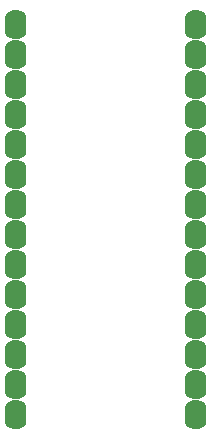
<source format=gbs>
G04 #@! TF.GenerationSoftware,KiCad,Pcbnew,7.0.10*
G04 #@! TF.CreationDate,2024-04-16T17:13:17-04:00*
G04 #@! TF.ProjectId,GW28R8128,47573238-5238-4313-9238-2e6b69636164,B.1.0*
G04 #@! TF.SameCoordinates,Original*
G04 #@! TF.FileFunction,Soldermask,Bot*
G04 #@! TF.FilePolarity,Negative*
%FSLAX46Y46*%
G04 Gerber Fmt 4.6, Leading zero omitted, Abs format (unit mm)*
G04 Created by KiCad (PCBNEW 7.0.10) date 2024-04-16 17:13:17*
%MOMM*%
%LPD*%
G01*
G04 APERTURE LIST*
G04 APERTURE END LIST*
G36*
X40995900Y-52157941D02*
G01*
X41003353Y-52160106D01*
X41010250Y-52160733D01*
X41075544Y-52181079D01*
X41151160Y-52203048D01*
X41156859Y-52206418D01*
X41159527Y-52207250D01*
X41216398Y-52241630D01*
X41290325Y-52285350D01*
X41404650Y-52399675D01*
X41448387Y-52473631D01*
X41482749Y-52530472D01*
X41483579Y-52533137D01*
X41486952Y-52538840D01*
X41508929Y-52614488D01*
X41529266Y-52679749D01*
X41529892Y-52686642D01*
X41532059Y-52694100D01*
X41540000Y-52795000D01*
X41540000Y-53885000D01*
X41532059Y-53985900D01*
X41529892Y-53993358D01*
X41529266Y-54000250D01*
X41508934Y-54065496D01*
X41486952Y-54141160D01*
X41483579Y-54146863D01*
X41482749Y-54149527D01*
X41448414Y-54206322D01*
X41404650Y-54280325D01*
X41290325Y-54394650D01*
X41216322Y-54438414D01*
X41159527Y-54472749D01*
X41156863Y-54473579D01*
X41151160Y-54476952D01*
X41075496Y-54498934D01*
X41010250Y-54519266D01*
X41003358Y-54519892D01*
X40995900Y-54522059D01*
X40895000Y-54530000D01*
X40385000Y-54530000D01*
X40284100Y-54522059D01*
X40276642Y-54519892D01*
X40269749Y-54519266D01*
X40204488Y-54498929D01*
X40128840Y-54476952D01*
X40123137Y-54473579D01*
X40120472Y-54472749D01*
X40063631Y-54438387D01*
X39989675Y-54394650D01*
X39875350Y-54280325D01*
X39831630Y-54206398D01*
X39797250Y-54149527D01*
X39796418Y-54146859D01*
X39793048Y-54141160D01*
X39771079Y-54065544D01*
X39750733Y-54000250D01*
X39750106Y-53993353D01*
X39747941Y-53985900D01*
X39740000Y-53885000D01*
X39740000Y-52795000D01*
X39747941Y-52694100D01*
X39750106Y-52686647D01*
X39750733Y-52679749D01*
X39771084Y-52614440D01*
X39793048Y-52538840D01*
X39796418Y-52533141D01*
X39797250Y-52530472D01*
X39831657Y-52473554D01*
X39875350Y-52399675D01*
X39989675Y-52285350D01*
X40063554Y-52241657D01*
X40120472Y-52207250D01*
X40123141Y-52206418D01*
X40128840Y-52203048D01*
X40204440Y-52181084D01*
X40269749Y-52160733D01*
X40276647Y-52160106D01*
X40284100Y-52157941D01*
X40385000Y-52150000D01*
X40895000Y-52150000D01*
X40995900Y-52157941D01*
G37*
G36*
X56235900Y-52157941D02*
G01*
X56243353Y-52160106D01*
X56250250Y-52160733D01*
X56315544Y-52181079D01*
X56391160Y-52203048D01*
X56396859Y-52206418D01*
X56399527Y-52207250D01*
X56456398Y-52241630D01*
X56530325Y-52285350D01*
X56644650Y-52399675D01*
X56688387Y-52473631D01*
X56722749Y-52530472D01*
X56723579Y-52533137D01*
X56726952Y-52538840D01*
X56748929Y-52614488D01*
X56769266Y-52679749D01*
X56769892Y-52686642D01*
X56772059Y-52694100D01*
X56780000Y-52795000D01*
X56780000Y-53885000D01*
X56772059Y-53985900D01*
X56769892Y-53993358D01*
X56769266Y-54000250D01*
X56748934Y-54065496D01*
X56726952Y-54141160D01*
X56723579Y-54146863D01*
X56722749Y-54149527D01*
X56688414Y-54206322D01*
X56644650Y-54280325D01*
X56530325Y-54394650D01*
X56456322Y-54438414D01*
X56399527Y-54472749D01*
X56396863Y-54473579D01*
X56391160Y-54476952D01*
X56315496Y-54498934D01*
X56250250Y-54519266D01*
X56243358Y-54519892D01*
X56235900Y-54522059D01*
X56135000Y-54530000D01*
X55625000Y-54530000D01*
X55524100Y-54522059D01*
X55516642Y-54519892D01*
X55509749Y-54519266D01*
X55444488Y-54498929D01*
X55368840Y-54476952D01*
X55363137Y-54473579D01*
X55360472Y-54472749D01*
X55303631Y-54438387D01*
X55229675Y-54394650D01*
X55115350Y-54280325D01*
X55071630Y-54206398D01*
X55037250Y-54149527D01*
X55036418Y-54146859D01*
X55033048Y-54141160D01*
X55011079Y-54065544D01*
X54990733Y-54000250D01*
X54990106Y-53993353D01*
X54987941Y-53985900D01*
X54980000Y-53885000D01*
X54980000Y-52795000D01*
X54987941Y-52694100D01*
X54990106Y-52686647D01*
X54990733Y-52679749D01*
X55011084Y-52614440D01*
X55033048Y-52538840D01*
X55036418Y-52533141D01*
X55037250Y-52530472D01*
X55071657Y-52473554D01*
X55115350Y-52399675D01*
X55229675Y-52285350D01*
X55303554Y-52241657D01*
X55360472Y-52207250D01*
X55363141Y-52206418D01*
X55368840Y-52203048D01*
X55444440Y-52181084D01*
X55509749Y-52160733D01*
X55516647Y-52160106D01*
X55524100Y-52157941D01*
X55625000Y-52150000D01*
X56135000Y-52150000D01*
X56235900Y-52157941D01*
G37*
G36*
X40995900Y-49617941D02*
G01*
X41003353Y-49620106D01*
X41010250Y-49620733D01*
X41075544Y-49641079D01*
X41151160Y-49663048D01*
X41156859Y-49666418D01*
X41159527Y-49667250D01*
X41216398Y-49701630D01*
X41290325Y-49745350D01*
X41404650Y-49859675D01*
X41448387Y-49933631D01*
X41482749Y-49990472D01*
X41483579Y-49993137D01*
X41486952Y-49998840D01*
X41508929Y-50074488D01*
X41529266Y-50139749D01*
X41529892Y-50146642D01*
X41532059Y-50154100D01*
X41540000Y-50255000D01*
X41540000Y-51345000D01*
X41532059Y-51445900D01*
X41529892Y-51453358D01*
X41529266Y-51460250D01*
X41508934Y-51525496D01*
X41486952Y-51601160D01*
X41483579Y-51606863D01*
X41482749Y-51609527D01*
X41448414Y-51666322D01*
X41404650Y-51740325D01*
X41290325Y-51854650D01*
X41216322Y-51898414D01*
X41159527Y-51932749D01*
X41156863Y-51933579D01*
X41151160Y-51936952D01*
X41075496Y-51958934D01*
X41010250Y-51979266D01*
X41003358Y-51979892D01*
X40995900Y-51982059D01*
X40895000Y-51990000D01*
X40385000Y-51990000D01*
X40284100Y-51982059D01*
X40276642Y-51979892D01*
X40269749Y-51979266D01*
X40204488Y-51958929D01*
X40128840Y-51936952D01*
X40123137Y-51933579D01*
X40120472Y-51932749D01*
X40063631Y-51898387D01*
X39989675Y-51854650D01*
X39875350Y-51740325D01*
X39831630Y-51666398D01*
X39797250Y-51609527D01*
X39796418Y-51606859D01*
X39793048Y-51601160D01*
X39771079Y-51525544D01*
X39750733Y-51460250D01*
X39750106Y-51453353D01*
X39747941Y-51445900D01*
X39740000Y-51345000D01*
X39740000Y-50255000D01*
X39747941Y-50154100D01*
X39750106Y-50146647D01*
X39750733Y-50139749D01*
X39771084Y-50074440D01*
X39793048Y-49998840D01*
X39796418Y-49993141D01*
X39797250Y-49990472D01*
X39831657Y-49933554D01*
X39875350Y-49859675D01*
X39989675Y-49745350D01*
X40063554Y-49701657D01*
X40120472Y-49667250D01*
X40123141Y-49666418D01*
X40128840Y-49663048D01*
X40204440Y-49641084D01*
X40269749Y-49620733D01*
X40276647Y-49620106D01*
X40284100Y-49617941D01*
X40385000Y-49610000D01*
X40895000Y-49610000D01*
X40995900Y-49617941D01*
G37*
G36*
X56235900Y-49617941D02*
G01*
X56243353Y-49620106D01*
X56250250Y-49620733D01*
X56315544Y-49641079D01*
X56391160Y-49663048D01*
X56396859Y-49666418D01*
X56399527Y-49667250D01*
X56456398Y-49701630D01*
X56530325Y-49745350D01*
X56644650Y-49859675D01*
X56688387Y-49933631D01*
X56722749Y-49990472D01*
X56723579Y-49993137D01*
X56726952Y-49998840D01*
X56748929Y-50074488D01*
X56769266Y-50139749D01*
X56769892Y-50146642D01*
X56772059Y-50154100D01*
X56780000Y-50255000D01*
X56780000Y-51345000D01*
X56772059Y-51445900D01*
X56769892Y-51453358D01*
X56769266Y-51460250D01*
X56748934Y-51525496D01*
X56726952Y-51601160D01*
X56723579Y-51606863D01*
X56722749Y-51609527D01*
X56688414Y-51666322D01*
X56644650Y-51740325D01*
X56530325Y-51854650D01*
X56456322Y-51898414D01*
X56399527Y-51932749D01*
X56396863Y-51933579D01*
X56391160Y-51936952D01*
X56315496Y-51958934D01*
X56250250Y-51979266D01*
X56243358Y-51979892D01*
X56235900Y-51982059D01*
X56135000Y-51990000D01*
X55625000Y-51990000D01*
X55524100Y-51982059D01*
X55516642Y-51979892D01*
X55509749Y-51979266D01*
X55444488Y-51958929D01*
X55368840Y-51936952D01*
X55363137Y-51933579D01*
X55360472Y-51932749D01*
X55303631Y-51898387D01*
X55229675Y-51854650D01*
X55115350Y-51740325D01*
X55071630Y-51666398D01*
X55037250Y-51609527D01*
X55036418Y-51606859D01*
X55033048Y-51601160D01*
X55011079Y-51525544D01*
X54990733Y-51460250D01*
X54990106Y-51453353D01*
X54987941Y-51445900D01*
X54980000Y-51345000D01*
X54980000Y-50255000D01*
X54987941Y-50154100D01*
X54990106Y-50146647D01*
X54990733Y-50139749D01*
X55011084Y-50074440D01*
X55033048Y-49998840D01*
X55036418Y-49993141D01*
X55037250Y-49990472D01*
X55071657Y-49933554D01*
X55115350Y-49859675D01*
X55229675Y-49745350D01*
X55303554Y-49701657D01*
X55360472Y-49667250D01*
X55363141Y-49666418D01*
X55368840Y-49663048D01*
X55444440Y-49641084D01*
X55509749Y-49620733D01*
X55516647Y-49620106D01*
X55524100Y-49617941D01*
X55625000Y-49610000D01*
X56135000Y-49610000D01*
X56235900Y-49617941D01*
G37*
G36*
X40995900Y-47077941D02*
G01*
X41003353Y-47080106D01*
X41010250Y-47080733D01*
X41075544Y-47101079D01*
X41151160Y-47123048D01*
X41156859Y-47126418D01*
X41159527Y-47127250D01*
X41216398Y-47161630D01*
X41290325Y-47205350D01*
X41404650Y-47319675D01*
X41448387Y-47393631D01*
X41482749Y-47450472D01*
X41483579Y-47453137D01*
X41486952Y-47458840D01*
X41508929Y-47534488D01*
X41529266Y-47599749D01*
X41529892Y-47606642D01*
X41532059Y-47614100D01*
X41540000Y-47715000D01*
X41540000Y-48805000D01*
X41532059Y-48905900D01*
X41529892Y-48913358D01*
X41529266Y-48920250D01*
X41508934Y-48985496D01*
X41486952Y-49061160D01*
X41483579Y-49066863D01*
X41482749Y-49069527D01*
X41448414Y-49126322D01*
X41404650Y-49200325D01*
X41290325Y-49314650D01*
X41216322Y-49358414D01*
X41159527Y-49392749D01*
X41156863Y-49393579D01*
X41151160Y-49396952D01*
X41075496Y-49418934D01*
X41010250Y-49439266D01*
X41003358Y-49439892D01*
X40995900Y-49442059D01*
X40895000Y-49450000D01*
X40385000Y-49450000D01*
X40284100Y-49442059D01*
X40276642Y-49439892D01*
X40269749Y-49439266D01*
X40204488Y-49418929D01*
X40128840Y-49396952D01*
X40123137Y-49393579D01*
X40120472Y-49392749D01*
X40063631Y-49358387D01*
X39989675Y-49314650D01*
X39875350Y-49200325D01*
X39831630Y-49126398D01*
X39797250Y-49069527D01*
X39796418Y-49066859D01*
X39793048Y-49061160D01*
X39771079Y-48985544D01*
X39750733Y-48920250D01*
X39750106Y-48913353D01*
X39747941Y-48905900D01*
X39740000Y-48805000D01*
X39740000Y-47715000D01*
X39747941Y-47614100D01*
X39750106Y-47606647D01*
X39750733Y-47599749D01*
X39771084Y-47534440D01*
X39793048Y-47458840D01*
X39796418Y-47453141D01*
X39797250Y-47450472D01*
X39831657Y-47393554D01*
X39875350Y-47319675D01*
X39989675Y-47205350D01*
X40063554Y-47161657D01*
X40120472Y-47127250D01*
X40123141Y-47126418D01*
X40128840Y-47123048D01*
X40204440Y-47101084D01*
X40269749Y-47080733D01*
X40276647Y-47080106D01*
X40284100Y-47077941D01*
X40385000Y-47070000D01*
X40895000Y-47070000D01*
X40995900Y-47077941D01*
G37*
G36*
X56235900Y-47077941D02*
G01*
X56243353Y-47080106D01*
X56250250Y-47080733D01*
X56315544Y-47101079D01*
X56391160Y-47123048D01*
X56396859Y-47126418D01*
X56399527Y-47127250D01*
X56456398Y-47161630D01*
X56530325Y-47205350D01*
X56644650Y-47319675D01*
X56688387Y-47393631D01*
X56722749Y-47450472D01*
X56723579Y-47453137D01*
X56726952Y-47458840D01*
X56748929Y-47534488D01*
X56769266Y-47599749D01*
X56769892Y-47606642D01*
X56772059Y-47614100D01*
X56780000Y-47715000D01*
X56780000Y-48805000D01*
X56772059Y-48905900D01*
X56769892Y-48913358D01*
X56769266Y-48920250D01*
X56748934Y-48985496D01*
X56726952Y-49061160D01*
X56723579Y-49066863D01*
X56722749Y-49069527D01*
X56688414Y-49126322D01*
X56644650Y-49200325D01*
X56530325Y-49314650D01*
X56456322Y-49358414D01*
X56399527Y-49392749D01*
X56396863Y-49393579D01*
X56391160Y-49396952D01*
X56315496Y-49418934D01*
X56250250Y-49439266D01*
X56243358Y-49439892D01*
X56235900Y-49442059D01*
X56135000Y-49450000D01*
X55625000Y-49450000D01*
X55524100Y-49442059D01*
X55516642Y-49439892D01*
X55509749Y-49439266D01*
X55444488Y-49418929D01*
X55368840Y-49396952D01*
X55363137Y-49393579D01*
X55360472Y-49392749D01*
X55303631Y-49358387D01*
X55229675Y-49314650D01*
X55115350Y-49200325D01*
X55071630Y-49126398D01*
X55037250Y-49069527D01*
X55036418Y-49066859D01*
X55033048Y-49061160D01*
X55011079Y-48985544D01*
X54990733Y-48920250D01*
X54990106Y-48913353D01*
X54987941Y-48905900D01*
X54980000Y-48805000D01*
X54980000Y-47715000D01*
X54987941Y-47614100D01*
X54990106Y-47606647D01*
X54990733Y-47599749D01*
X55011084Y-47534440D01*
X55033048Y-47458840D01*
X55036418Y-47453141D01*
X55037250Y-47450472D01*
X55071657Y-47393554D01*
X55115350Y-47319675D01*
X55229675Y-47205350D01*
X55303554Y-47161657D01*
X55360472Y-47127250D01*
X55363141Y-47126418D01*
X55368840Y-47123048D01*
X55444440Y-47101084D01*
X55509749Y-47080733D01*
X55516647Y-47080106D01*
X55524100Y-47077941D01*
X55625000Y-47070000D01*
X56135000Y-47070000D01*
X56235900Y-47077941D01*
G37*
G36*
X40995900Y-44537941D02*
G01*
X41003353Y-44540106D01*
X41010250Y-44540733D01*
X41075544Y-44561079D01*
X41151160Y-44583048D01*
X41156859Y-44586418D01*
X41159527Y-44587250D01*
X41216398Y-44621630D01*
X41290325Y-44665350D01*
X41404650Y-44779675D01*
X41448387Y-44853631D01*
X41482749Y-44910472D01*
X41483579Y-44913137D01*
X41486952Y-44918840D01*
X41508929Y-44994488D01*
X41529266Y-45059749D01*
X41529892Y-45066642D01*
X41532059Y-45074100D01*
X41540000Y-45175000D01*
X41540000Y-46265000D01*
X41532059Y-46365900D01*
X41529892Y-46373358D01*
X41529266Y-46380250D01*
X41508934Y-46445496D01*
X41486952Y-46521160D01*
X41483579Y-46526863D01*
X41482749Y-46529527D01*
X41448414Y-46586322D01*
X41404650Y-46660325D01*
X41290325Y-46774650D01*
X41216322Y-46818414D01*
X41159527Y-46852749D01*
X41156863Y-46853579D01*
X41151160Y-46856952D01*
X41075496Y-46878934D01*
X41010250Y-46899266D01*
X41003358Y-46899892D01*
X40995900Y-46902059D01*
X40895000Y-46910000D01*
X40385000Y-46910000D01*
X40284100Y-46902059D01*
X40276642Y-46899892D01*
X40269749Y-46899266D01*
X40204488Y-46878929D01*
X40128840Y-46856952D01*
X40123137Y-46853579D01*
X40120472Y-46852749D01*
X40063631Y-46818387D01*
X39989675Y-46774650D01*
X39875350Y-46660325D01*
X39831630Y-46586398D01*
X39797250Y-46529527D01*
X39796418Y-46526859D01*
X39793048Y-46521160D01*
X39771079Y-46445544D01*
X39750733Y-46380250D01*
X39750106Y-46373353D01*
X39747941Y-46365900D01*
X39740000Y-46265000D01*
X39740000Y-45175000D01*
X39747941Y-45074100D01*
X39750106Y-45066647D01*
X39750733Y-45059749D01*
X39771084Y-44994440D01*
X39793048Y-44918840D01*
X39796418Y-44913141D01*
X39797250Y-44910472D01*
X39831657Y-44853554D01*
X39875350Y-44779675D01*
X39989675Y-44665350D01*
X40063554Y-44621657D01*
X40120472Y-44587250D01*
X40123141Y-44586418D01*
X40128840Y-44583048D01*
X40204440Y-44561084D01*
X40269749Y-44540733D01*
X40276647Y-44540106D01*
X40284100Y-44537941D01*
X40385000Y-44530000D01*
X40895000Y-44530000D01*
X40995900Y-44537941D01*
G37*
G36*
X56235900Y-44537941D02*
G01*
X56243353Y-44540106D01*
X56250250Y-44540733D01*
X56315544Y-44561079D01*
X56391160Y-44583048D01*
X56396859Y-44586418D01*
X56399527Y-44587250D01*
X56456398Y-44621630D01*
X56530325Y-44665350D01*
X56644650Y-44779675D01*
X56688387Y-44853631D01*
X56722749Y-44910472D01*
X56723579Y-44913137D01*
X56726952Y-44918840D01*
X56748929Y-44994488D01*
X56769266Y-45059749D01*
X56769892Y-45066642D01*
X56772059Y-45074100D01*
X56780000Y-45175000D01*
X56780000Y-46265000D01*
X56772059Y-46365900D01*
X56769892Y-46373358D01*
X56769266Y-46380250D01*
X56748934Y-46445496D01*
X56726952Y-46521160D01*
X56723579Y-46526863D01*
X56722749Y-46529527D01*
X56688414Y-46586322D01*
X56644650Y-46660325D01*
X56530325Y-46774650D01*
X56456322Y-46818414D01*
X56399527Y-46852749D01*
X56396863Y-46853579D01*
X56391160Y-46856952D01*
X56315496Y-46878934D01*
X56250250Y-46899266D01*
X56243358Y-46899892D01*
X56235900Y-46902059D01*
X56135000Y-46910000D01*
X55625000Y-46910000D01*
X55524100Y-46902059D01*
X55516642Y-46899892D01*
X55509749Y-46899266D01*
X55444488Y-46878929D01*
X55368840Y-46856952D01*
X55363137Y-46853579D01*
X55360472Y-46852749D01*
X55303631Y-46818387D01*
X55229675Y-46774650D01*
X55115350Y-46660325D01*
X55071630Y-46586398D01*
X55037250Y-46529527D01*
X55036418Y-46526859D01*
X55033048Y-46521160D01*
X55011079Y-46445544D01*
X54990733Y-46380250D01*
X54990106Y-46373353D01*
X54987941Y-46365900D01*
X54980000Y-46265000D01*
X54980000Y-45175000D01*
X54987941Y-45074100D01*
X54990106Y-45066647D01*
X54990733Y-45059749D01*
X55011084Y-44994440D01*
X55033048Y-44918840D01*
X55036418Y-44913141D01*
X55037250Y-44910472D01*
X55071657Y-44853554D01*
X55115350Y-44779675D01*
X55229675Y-44665350D01*
X55303554Y-44621657D01*
X55360472Y-44587250D01*
X55363141Y-44586418D01*
X55368840Y-44583048D01*
X55444440Y-44561084D01*
X55509749Y-44540733D01*
X55516647Y-44540106D01*
X55524100Y-44537941D01*
X55625000Y-44530000D01*
X56135000Y-44530000D01*
X56235900Y-44537941D01*
G37*
G36*
X40995900Y-41997941D02*
G01*
X41003353Y-42000106D01*
X41010250Y-42000733D01*
X41075544Y-42021079D01*
X41151160Y-42043048D01*
X41156859Y-42046418D01*
X41159527Y-42047250D01*
X41216398Y-42081630D01*
X41290325Y-42125350D01*
X41404650Y-42239675D01*
X41448387Y-42313631D01*
X41482749Y-42370472D01*
X41483579Y-42373137D01*
X41486952Y-42378840D01*
X41508929Y-42454488D01*
X41529266Y-42519749D01*
X41529892Y-42526642D01*
X41532059Y-42534100D01*
X41540000Y-42635000D01*
X41540000Y-43725000D01*
X41532059Y-43825900D01*
X41529892Y-43833358D01*
X41529266Y-43840250D01*
X41508934Y-43905496D01*
X41486952Y-43981160D01*
X41483579Y-43986863D01*
X41482749Y-43989527D01*
X41448414Y-44046322D01*
X41404650Y-44120325D01*
X41290325Y-44234650D01*
X41216322Y-44278414D01*
X41159527Y-44312749D01*
X41156863Y-44313579D01*
X41151160Y-44316952D01*
X41075496Y-44338934D01*
X41010250Y-44359266D01*
X41003358Y-44359892D01*
X40995900Y-44362059D01*
X40895000Y-44370000D01*
X40385000Y-44370000D01*
X40284100Y-44362059D01*
X40276642Y-44359892D01*
X40269749Y-44359266D01*
X40204488Y-44338929D01*
X40128840Y-44316952D01*
X40123137Y-44313579D01*
X40120472Y-44312749D01*
X40063631Y-44278387D01*
X39989675Y-44234650D01*
X39875350Y-44120325D01*
X39831630Y-44046398D01*
X39797250Y-43989527D01*
X39796418Y-43986859D01*
X39793048Y-43981160D01*
X39771079Y-43905544D01*
X39750733Y-43840250D01*
X39750106Y-43833353D01*
X39747941Y-43825900D01*
X39740000Y-43725000D01*
X39740000Y-42635000D01*
X39747941Y-42534100D01*
X39750106Y-42526647D01*
X39750733Y-42519749D01*
X39771084Y-42454440D01*
X39793048Y-42378840D01*
X39796418Y-42373141D01*
X39797250Y-42370472D01*
X39831657Y-42313554D01*
X39875350Y-42239675D01*
X39989675Y-42125350D01*
X40063554Y-42081657D01*
X40120472Y-42047250D01*
X40123141Y-42046418D01*
X40128840Y-42043048D01*
X40204440Y-42021084D01*
X40269749Y-42000733D01*
X40276647Y-42000106D01*
X40284100Y-41997941D01*
X40385000Y-41990000D01*
X40895000Y-41990000D01*
X40995900Y-41997941D01*
G37*
G36*
X56235900Y-41997941D02*
G01*
X56243353Y-42000106D01*
X56250250Y-42000733D01*
X56315544Y-42021079D01*
X56391160Y-42043048D01*
X56396859Y-42046418D01*
X56399527Y-42047250D01*
X56456398Y-42081630D01*
X56530325Y-42125350D01*
X56644650Y-42239675D01*
X56688387Y-42313631D01*
X56722749Y-42370472D01*
X56723579Y-42373137D01*
X56726952Y-42378840D01*
X56748929Y-42454488D01*
X56769266Y-42519749D01*
X56769892Y-42526642D01*
X56772059Y-42534100D01*
X56780000Y-42635000D01*
X56780000Y-43725000D01*
X56772059Y-43825900D01*
X56769892Y-43833358D01*
X56769266Y-43840250D01*
X56748934Y-43905496D01*
X56726952Y-43981160D01*
X56723579Y-43986863D01*
X56722749Y-43989527D01*
X56688414Y-44046322D01*
X56644650Y-44120325D01*
X56530325Y-44234650D01*
X56456322Y-44278414D01*
X56399527Y-44312749D01*
X56396863Y-44313579D01*
X56391160Y-44316952D01*
X56315496Y-44338934D01*
X56250250Y-44359266D01*
X56243358Y-44359892D01*
X56235900Y-44362059D01*
X56135000Y-44370000D01*
X55625000Y-44370000D01*
X55524100Y-44362059D01*
X55516642Y-44359892D01*
X55509749Y-44359266D01*
X55444488Y-44338929D01*
X55368840Y-44316952D01*
X55363137Y-44313579D01*
X55360472Y-44312749D01*
X55303631Y-44278387D01*
X55229675Y-44234650D01*
X55115350Y-44120325D01*
X55071630Y-44046398D01*
X55037250Y-43989527D01*
X55036418Y-43986859D01*
X55033048Y-43981160D01*
X55011079Y-43905544D01*
X54990733Y-43840250D01*
X54990106Y-43833353D01*
X54987941Y-43825900D01*
X54980000Y-43725000D01*
X54980000Y-42635000D01*
X54987941Y-42534100D01*
X54990106Y-42526647D01*
X54990733Y-42519749D01*
X55011084Y-42454440D01*
X55033048Y-42378840D01*
X55036418Y-42373141D01*
X55037250Y-42370472D01*
X55071657Y-42313554D01*
X55115350Y-42239675D01*
X55229675Y-42125350D01*
X55303554Y-42081657D01*
X55360472Y-42047250D01*
X55363141Y-42046418D01*
X55368840Y-42043048D01*
X55444440Y-42021084D01*
X55509749Y-42000733D01*
X55516647Y-42000106D01*
X55524100Y-41997941D01*
X55625000Y-41990000D01*
X56135000Y-41990000D01*
X56235900Y-41997941D01*
G37*
G36*
X40995900Y-39457941D02*
G01*
X41003353Y-39460106D01*
X41010250Y-39460733D01*
X41075544Y-39481079D01*
X41151160Y-39503048D01*
X41156859Y-39506418D01*
X41159527Y-39507250D01*
X41216398Y-39541630D01*
X41290325Y-39585350D01*
X41404650Y-39699675D01*
X41448387Y-39773631D01*
X41482749Y-39830472D01*
X41483579Y-39833137D01*
X41486952Y-39838840D01*
X41508929Y-39914488D01*
X41529266Y-39979749D01*
X41529892Y-39986642D01*
X41532059Y-39994100D01*
X41540000Y-40095000D01*
X41540000Y-41185000D01*
X41532059Y-41285900D01*
X41529892Y-41293358D01*
X41529266Y-41300250D01*
X41508934Y-41365496D01*
X41486952Y-41441160D01*
X41483579Y-41446863D01*
X41482749Y-41449527D01*
X41448414Y-41506322D01*
X41404650Y-41580325D01*
X41290325Y-41694650D01*
X41216322Y-41738414D01*
X41159527Y-41772749D01*
X41156863Y-41773579D01*
X41151160Y-41776952D01*
X41075496Y-41798934D01*
X41010250Y-41819266D01*
X41003358Y-41819892D01*
X40995900Y-41822059D01*
X40895000Y-41830000D01*
X40385000Y-41830000D01*
X40284100Y-41822059D01*
X40276642Y-41819892D01*
X40269749Y-41819266D01*
X40204488Y-41798929D01*
X40128840Y-41776952D01*
X40123137Y-41773579D01*
X40120472Y-41772749D01*
X40063631Y-41738387D01*
X39989675Y-41694650D01*
X39875350Y-41580325D01*
X39831630Y-41506398D01*
X39797250Y-41449527D01*
X39796418Y-41446859D01*
X39793048Y-41441160D01*
X39771079Y-41365544D01*
X39750733Y-41300250D01*
X39750106Y-41293353D01*
X39747941Y-41285900D01*
X39740000Y-41185000D01*
X39740000Y-40095000D01*
X39747941Y-39994100D01*
X39750106Y-39986647D01*
X39750733Y-39979749D01*
X39771084Y-39914440D01*
X39793048Y-39838840D01*
X39796418Y-39833141D01*
X39797250Y-39830472D01*
X39831657Y-39773554D01*
X39875350Y-39699675D01*
X39989675Y-39585350D01*
X40063554Y-39541657D01*
X40120472Y-39507250D01*
X40123141Y-39506418D01*
X40128840Y-39503048D01*
X40204440Y-39481084D01*
X40269749Y-39460733D01*
X40276647Y-39460106D01*
X40284100Y-39457941D01*
X40385000Y-39450000D01*
X40895000Y-39450000D01*
X40995900Y-39457941D01*
G37*
G36*
X56235900Y-39457941D02*
G01*
X56243353Y-39460106D01*
X56250250Y-39460733D01*
X56315544Y-39481079D01*
X56391160Y-39503048D01*
X56396859Y-39506418D01*
X56399527Y-39507250D01*
X56456398Y-39541630D01*
X56530325Y-39585350D01*
X56644650Y-39699675D01*
X56688387Y-39773631D01*
X56722749Y-39830472D01*
X56723579Y-39833137D01*
X56726952Y-39838840D01*
X56748929Y-39914488D01*
X56769266Y-39979749D01*
X56769892Y-39986642D01*
X56772059Y-39994100D01*
X56780000Y-40095000D01*
X56780000Y-41185000D01*
X56772059Y-41285900D01*
X56769892Y-41293358D01*
X56769266Y-41300250D01*
X56748934Y-41365496D01*
X56726952Y-41441160D01*
X56723579Y-41446863D01*
X56722749Y-41449527D01*
X56688414Y-41506322D01*
X56644650Y-41580325D01*
X56530325Y-41694650D01*
X56456322Y-41738414D01*
X56399527Y-41772749D01*
X56396863Y-41773579D01*
X56391160Y-41776952D01*
X56315496Y-41798934D01*
X56250250Y-41819266D01*
X56243358Y-41819892D01*
X56235900Y-41822059D01*
X56135000Y-41830000D01*
X55625000Y-41830000D01*
X55524100Y-41822059D01*
X55516642Y-41819892D01*
X55509749Y-41819266D01*
X55444488Y-41798929D01*
X55368840Y-41776952D01*
X55363137Y-41773579D01*
X55360472Y-41772749D01*
X55303631Y-41738387D01*
X55229675Y-41694650D01*
X55115350Y-41580325D01*
X55071630Y-41506398D01*
X55037250Y-41449527D01*
X55036418Y-41446859D01*
X55033048Y-41441160D01*
X55011079Y-41365544D01*
X54990733Y-41300250D01*
X54990106Y-41293353D01*
X54987941Y-41285900D01*
X54980000Y-41185000D01*
X54980000Y-40095000D01*
X54987941Y-39994100D01*
X54990106Y-39986647D01*
X54990733Y-39979749D01*
X55011084Y-39914440D01*
X55033048Y-39838840D01*
X55036418Y-39833141D01*
X55037250Y-39830472D01*
X55071657Y-39773554D01*
X55115350Y-39699675D01*
X55229675Y-39585350D01*
X55303554Y-39541657D01*
X55360472Y-39507250D01*
X55363141Y-39506418D01*
X55368840Y-39503048D01*
X55444440Y-39481084D01*
X55509749Y-39460733D01*
X55516647Y-39460106D01*
X55524100Y-39457941D01*
X55625000Y-39450000D01*
X56135000Y-39450000D01*
X56235900Y-39457941D01*
G37*
G36*
X40995900Y-36917941D02*
G01*
X41003353Y-36920106D01*
X41010250Y-36920733D01*
X41075544Y-36941079D01*
X41151160Y-36963048D01*
X41156859Y-36966418D01*
X41159527Y-36967250D01*
X41216398Y-37001630D01*
X41290325Y-37045350D01*
X41404650Y-37159675D01*
X41448387Y-37233631D01*
X41482749Y-37290472D01*
X41483579Y-37293137D01*
X41486952Y-37298840D01*
X41508929Y-37374488D01*
X41529266Y-37439749D01*
X41529892Y-37446642D01*
X41532059Y-37454100D01*
X41540000Y-37555000D01*
X41540000Y-38645000D01*
X41532059Y-38745900D01*
X41529892Y-38753358D01*
X41529266Y-38760250D01*
X41508934Y-38825496D01*
X41486952Y-38901160D01*
X41483579Y-38906863D01*
X41482749Y-38909527D01*
X41448414Y-38966322D01*
X41404650Y-39040325D01*
X41290325Y-39154650D01*
X41216322Y-39198414D01*
X41159527Y-39232749D01*
X41156863Y-39233579D01*
X41151160Y-39236952D01*
X41075496Y-39258934D01*
X41010250Y-39279266D01*
X41003358Y-39279892D01*
X40995900Y-39282059D01*
X40895000Y-39290000D01*
X40385000Y-39290000D01*
X40284100Y-39282059D01*
X40276642Y-39279892D01*
X40269749Y-39279266D01*
X40204488Y-39258929D01*
X40128840Y-39236952D01*
X40123137Y-39233579D01*
X40120472Y-39232749D01*
X40063631Y-39198387D01*
X39989675Y-39154650D01*
X39875350Y-39040325D01*
X39831630Y-38966398D01*
X39797250Y-38909527D01*
X39796418Y-38906859D01*
X39793048Y-38901160D01*
X39771079Y-38825544D01*
X39750733Y-38760250D01*
X39750106Y-38753353D01*
X39747941Y-38745900D01*
X39740000Y-38645000D01*
X39740000Y-37555000D01*
X39747941Y-37454100D01*
X39750106Y-37446647D01*
X39750733Y-37439749D01*
X39771084Y-37374440D01*
X39793048Y-37298840D01*
X39796418Y-37293141D01*
X39797250Y-37290472D01*
X39831657Y-37233554D01*
X39875350Y-37159675D01*
X39989675Y-37045350D01*
X40063554Y-37001657D01*
X40120472Y-36967250D01*
X40123141Y-36966418D01*
X40128840Y-36963048D01*
X40204440Y-36941084D01*
X40269749Y-36920733D01*
X40276647Y-36920106D01*
X40284100Y-36917941D01*
X40385000Y-36910000D01*
X40895000Y-36910000D01*
X40995900Y-36917941D01*
G37*
G36*
X56235900Y-36917941D02*
G01*
X56243353Y-36920106D01*
X56250250Y-36920733D01*
X56315544Y-36941079D01*
X56391160Y-36963048D01*
X56396859Y-36966418D01*
X56399527Y-36967250D01*
X56456398Y-37001630D01*
X56530325Y-37045350D01*
X56644650Y-37159675D01*
X56688387Y-37233631D01*
X56722749Y-37290472D01*
X56723579Y-37293137D01*
X56726952Y-37298840D01*
X56748929Y-37374488D01*
X56769266Y-37439749D01*
X56769892Y-37446642D01*
X56772059Y-37454100D01*
X56780000Y-37555000D01*
X56780000Y-38645000D01*
X56772059Y-38745900D01*
X56769892Y-38753358D01*
X56769266Y-38760250D01*
X56748934Y-38825496D01*
X56726952Y-38901160D01*
X56723579Y-38906863D01*
X56722749Y-38909527D01*
X56688414Y-38966322D01*
X56644650Y-39040325D01*
X56530325Y-39154650D01*
X56456322Y-39198414D01*
X56399527Y-39232749D01*
X56396863Y-39233579D01*
X56391160Y-39236952D01*
X56315496Y-39258934D01*
X56250250Y-39279266D01*
X56243358Y-39279892D01*
X56235900Y-39282059D01*
X56135000Y-39290000D01*
X55625000Y-39290000D01*
X55524100Y-39282059D01*
X55516642Y-39279892D01*
X55509749Y-39279266D01*
X55444488Y-39258929D01*
X55368840Y-39236952D01*
X55363137Y-39233579D01*
X55360472Y-39232749D01*
X55303631Y-39198387D01*
X55229675Y-39154650D01*
X55115350Y-39040325D01*
X55071630Y-38966398D01*
X55037250Y-38909527D01*
X55036418Y-38906859D01*
X55033048Y-38901160D01*
X55011079Y-38825544D01*
X54990733Y-38760250D01*
X54990106Y-38753353D01*
X54987941Y-38745900D01*
X54980000Y-38645000D01*
X54980000Y-37555000D01*
X54987941Y-37454100D01*
X54990106Y-37446647D01*
X54990733Y-37439749D01*
X55011084Y-37374440D01*
X55033048Y-37298840D01*
X55036418Y-37293141D01*
X55037250Y-37290472D01*
X55071657Y-37233554D01*
X55115350Y-37159675D01*
X55229675Y-37045350D01*
X55303554Y-37001657D01*
X55360472Y-36967250D01*
X55363141Y-36966418D01*
X55368840Y-36963048D01*
X55444440Y-36941084D01*
X55509749Y-36920733D01*
X55516647Y-36920106D01*
X55524100Y-36917941D01*
X55625000Y-36910000D01*
X56135000Y-36910000D01*
X56235900Y-36917941D01*
G37*
G36*
X40995900Y-34377941D02*
G01*
X41003353Y-34380106D01*
X41010250Y-34380733D01*
X41075544Y-34401079D01*
X41151160Y-34423048D01*
X41156859Y-34426418D01*
X41159527Y-34427250D01*
X41216398Y-34461630D01*
X41290325Y-34505350D01*
X41404650Y-34619675D01*
X41448387Y-34693631D01*
X41482749Y-34750472D01*
X41483579Y-34753137D01*
X41486952Y-34758840D01*
X41508929Y-34834488D01*
X41529266Y-34899749D01*
X41529892Y-34906642D01*
X41532059Y-34914100D01*
X41540000Y-35015000D01*
X41540000Y-36105000D01*
X41532059Y-36205900D01*
X41529892Y-36213358D01*
X41529266Y-36220250D01*
X41508934Y-36285496D01*
X41486952Y-36361160D01*
X41483579Y-36366863D01*
X41482749Y-36369527D01*
X41448414Y-36426322D01*
X41404650Y-36500325D01*
X41290325Y-36614650D01*
X41216322Y-36658414D01*
X41159527Y-36692749D01*
X41156863Y-36693579D01*
X41151160Y-36696952D01*
X41075496Y-36718934D01*
X41010250Y-36739266D01*
X41003358Y-36739892D01*
X40995900Y-36742059D01*
X40895000Y-36750000D01*
X40385000Y-36750000D01*
X40284100Y-36742059D01*
X40276642Y-36739892D01*
X40269749Y-36739266D01*
X40204488Y-36718929D01*
X40128840Y-36696952D01*
X40123137Y-36693579D01*
X40120472Y-36692749D01*
X40063631Y-36658387D01*
X39989675Y-36614650D01*
X39875350Y-36500325D01*
X39831630Y-36426398D01*
X39797250Y-36369527D01*
X39796418Y-36366859D01*
X39793048Y-36361160D01*
X39771079Y-36285544D01*
X39750733Y-36220250D01*
X39750106Y-36213353D01*
X39747941Y-36205900D01*
X39740000Y-36105000D01*
X39740000Y-35015000D01*
X39747941Y-34914100D01*
X39750106Y-34906647D01*
X39750733Y-34899749D01*
X39771084Y-34834440D01*
X39793048Y-34758840D01*
X39796418Y-34753141D01*
X39797250Y-34750472D01*
X39831657Y-34693554D01*
X39875350Y-34619675D01*
X39989675Y-34505350D01*
X40063554Y-34461657D01*
X40120472Y-34427250D01*
X40123141Y-34426418D01*
X40128840Y-34423048D01*
X40204440Y-34401084D01*
X40269749Y-34380733D01*
X40276647Y-34380106D01*
X40284100Y-34377941D01*
X40385000Y-34370000D01*
X40895000Y-34370000D01*
X40995900Y-34377941D01*
G37*
G36*
X56235900Y-34377941D02*
G01*
X56243353Y-34380106D01*
X56250250Y-34380733D01*
X56315544Y-34401079D01*
X56391160Y-34423048D01*
X56396859Y-34426418D01*
X56399527Y-34427250D01*
X56456398Y-34461630D01*
X56530325Y-34505350D01*
X56644650Y-34619675D01*
X56688387Y-34693631D01*
X56722749Y-34750472D01*
X56723579Y-34753137D01*
X56726952Y-34758840D01*
X56748929Y-34834488D01*
X56769266Y-34899749D01*
X56769892Y-34906642D01*
X56772059Y-34914100D01*
X56780000Y-35015000D01*
X56780000Y-36105000D01*
X56772059Y-36205900D01*
X56769892Y-36213358D01*
X56769266Y-36220250D01*
X56748934Y-36285496D01*
X56726952Y-36361160D01*
X56723579Y-36366863D01*
X56722749Y-36369527D01*
X56688414Y-36426322D01*
X56644650Y-36500325D01*
X56530325Y-36614650D01*
X56456322Y-36658414D01*
X56399527Y-36692749D01*
X56396863Y-36693579D01*
X56391160Y-36696952D01*
X56315496Y-36718934D01*
X56250250Y-36739266D01*
X56243358Y-36739892D01*
X56235900Y-36742059D01*
X56135000Y-36750000D01*
X55625000Y-36750000D01*
X55524100Y-36742059D01*
X55516642Y-36739892D01*
X55509749Y-36739266D01*
X55444488Y-36718929D01*
X55368840Y-36696952D01*
X55363137Y-36693579D01*
X55360472Y-36692749D01*
X55303631Y-36658387D01*
X55229675Y-36614650D01*
X55115350Y-36500325D01*
X55071630Y-36426398D01*
X55037250Y-36369527D01*
X55036418Y-36366859D01*
X55033048Y-36361160D01*
X55011079Y-36285544D01*
X54990733Y-36220250D01*
X54990106Y-36213353D01*
X54987941Y-36205900D01*
X54980000Y-36105000D01*
X54980000Y-35015000D01*
X54987941Y-34914100D01*
X54990106Y-34906647D01*
X54990733Y-34899749D01*
X55011084Y-34834440D01*
X55033048Y-34758840D01*
X55036418Y-34753141D01*
X55037250Y-34750472D01*
X55071657Y-34693554D01*
X55115350Y-34619675D01*
X55229675Y-34505350D01*
X55303554Y-34461657D01*
X55360472Y-34427250D01*
X55363141Y-34426418D01*
X55368840Y-34423048D01*
X55444440Y-34401084D01*
X55509749Y-34380733D01*
X55516647Y-34380106D01*
X55524100Y-34377941D01*
X55625000Y-34370000D01*
X56135000Y-34370000D01*
X56235900Y-34377941D01*
G37*
G36*
X40995900Y-31837941D02*
G01*
X41003353Y-31840106D01*
X41010250Y-31840733D01*
X41075544Y-31861079D01*
X41151160Y-31883048D01*
X41156859Y-31886418D01*
X41159527Y-31887250D01*
X41216398Y-31921630D01*
X41290325Y-31965350D01*
X41404650Y-32079675D01*
X41448387Y-32153631D01*
X41482749Y-32210472D01*
X41483579Y-32213137D01*
X41486952Y-32218840D01*
X41508929Y-32294488D01*
X41529266Y-32359749D01*
X41529892Y-32366642D01*
X41532059Y-32374100D01*
X41540000Y-32475000D01*
X41540000Y-33565000D01*
X41532059Y-33665900D01*
X41529892Y-33673358D01*
X41529266Y-33680250D01*
X41508934Y-33745496D01*
X41486952Y-33821160D01*
X41483579Y-33826863D01*
X41482749Y-33829527D01*
X41448414Y-33886322D01*
X41404650Y-33960325D01*
X41290325Y-34074650D01*
X41216322Y-34118414D01*
X41159527Y-34152749D01*
X41156863Y-34153579D01*
X41151160Y-34156952D01*
X41075496Y-34178934D01*
X41010250Y-34199266D01*
X41003358Y-34199892D01*
X40995900Y-34202059D01*
X40895000Y-34210000D01*
X40385000Y-34210000D01*
X40284100Y-34202059D01*
X40276642Y-34199892D01*
X40269749Y-34199266D01*
X40204488Y-34178929D01*
X40128840Y-34156952D01*
X40123137Y-34153579D01*
X40120472Y-34152749D01*
X40063631Y-34118387D01*
X39989675Y-34074650D01*
X39875350Y-33960325D01*
X39831630Y-33886398D01*
X39797250Y-33829527D01*
X39796418Y-33826859D01*
X39793048Y-33821160D01*
X39771079Y-33745544D01*
X39750733Y-33680250D01*
X39750106Y-33673353D01*
X39747941Y-33665900D01*
X39740000Y-33565000D01*
X39740000Y-32475000D01*
X39747941Y-32374100D01*
X39750106Y-32366647D01*
X39750733Y-32359749D01*
X39771084Y-32294440D01*
X39793048Y-32218840D01*
X39796418Y-32213141D01*
X39797250Y-32210472D01*
X39831657Y-32153554D01*
X39875350Y-32079675D01*
X39989675Y-31965350D01*
X40063554Y-31921657D01*
X40120472Y-31887250D01*
X40123141Y-31886418D01*
X40128840Y-31883048D01*
X40204440Y-31861084D01*
X40269749Y-31840733D01*
X40276647Y-31840106D01*
X40284100Y-31837941D01*
X40385000Y-31830000D01*
X40895000Y-31830000D01*
X40995900Y-31837941D01*
G37*
G36*
X56235900Y-31837941D02*
G01*
X56243353Y-31840106D01*
X56250250Y-31840733D01*
X56315544Y-31861079D01*
X56391160Y-31883048D01*
X56396859Y-31886418D01*
X56399527Y-31887250D01*
X56456398Y-31921630D01*
X56530325Y-31965350D01*
X56644650Y-32079675D01*
X56688387Y-32153631D01*
X56722749Y-32210472D01*
X56723579Y-32213137D01*
X56726952Y-32218840D01*
X56748929Y-32294488D01*
X56769266Y-32359749D01*
X56769892Y-32366642D01*
X56772059Y-32374100D01*
X56780000Y-32475000D01*
X56780000Y-33565000D01*
X56772059Y-33665900D01*
X56769892Y-33673358D01*
X56769266Y-33680250D01*
X56748934Y-33745496D01*
X56726952Y-33821160D01*
X56723579Y-33826863D01*
X56722749Y-33829527D01*
X56688414Y-33886322D01*
X56644650Y-33960325D01*
X56530325Y-34074650D01*
X56456322Y-34118414D01*
X56399527Y-34152749D01*
X56396863Y-34153579D01*
X56391160Y-34156952D01*
X56315496Y-34178934D01*
X56250250Y-34199266D01*
X56243358Y-34199892D01*
X56235900Y-34202059D01*
X56135000Y-34210000D01*
X55625000Y-34210000D01*
X55524100Y-34202059D01*
X55516642Y-34199892D01*
X55509749Y-34199266D01*
X55444488Y-34178929D01*
X55368840Y-34156952D01*
X55363137Y-34153579D01*
X55360472Y-34152749D01*
X55303631Y-34118387D01*
X55229675Y-34074650D01*
X55115350Y-33960325D01*
X55071630Y-33886398D01*
X55037250Y-33829527D01*
X55036418Y-33826859D01*
X55033048Y-33821160D01*
X55011079Y-33745544D01*
X54990733Y-33680250D01*
X54990106Y-33673353D01*
X54987941Y-33665900D01*
X54980000Y-33565000D01*
X54980000Y-32475000D01*
X54987941Y-32374100D01*
X54990106Y-32366647D01*
X54990733Y-32359749D01*
X55011084Y-32294440D01*
X55033048Y-32218840D01*
X55036418Y-32213141D01*
X55037250Y-32210472D01*
X55071657Y-32153554D01*
X55115350Y-32079675D01*
X55229675Y-31965350D01*
X55303554Y-31921657D01*
X55360472Y-31887250D01*
X55363141Y-31886418D01*
X55368840Y-31883048D01*
X55444440Y-31861084D01*
X55509749Y-31840733D01*
X55516647Y-31840106D01*
X55524100Y-31837941D01*
X55625000Y-31830000D01*
X56135000Y-31830000D01*
X56235900Y-31837941D01*
G37*
G36*
X40995900Y-29297941D02*
G01*
X41003353Y-29300106D01*
X41010250Y-29300733D01*
X41075544Y-29321079D01*
X41151160Y-29343048D01*
X41156859Y-29346418D01*
X41159527Y-29347250D01*
X41216398Y-29381630D01*
X41290325Y-29425350D01*
X41404650Y-29539675D01*
X41448387Y-29613631D01*
X41482749Y-29670472D01*
X41483579Y-29673137D01*
X41486952Y-29678840D01*
X41508929Y-29754488D01*
X41529266Y-29819749D01*
X41529892Y-29826642D01*
X41532059Y-29834100D01*
X41540000Y-29935000D01*
X41540000Y-31025000D01*
X41532059Y-31125900D01*
X41529892Y-31133358D01*
X41529266Y-31140250D01*
X41508934Y-31205496D01*
X41486952Y-31281160D01*
X41483579Y-31286863D01*
X41482749Y-31289527D01*
X41448414Y-31346322D01*
X41404650Y-31420325D01*
X41290325Y-31534650D01*
X41216322Y-31578414D01*
X41159527Y-31612749D01*
X41156863Y-31613579D01*
X41151160Y-31616952D01*
X41075496Y-31638934D01*
X41010250Y-31659266D01*
X41003358Y-31659892D01*
X40995900Y-31662059D01*
X40895000Y-31670000D01*
X40385000Y-31670000D01*
X40284100Y-31662059D01*
X40276642Y-31659892D01*
X40269749Y-31659266D01*
X40204488Y-31638929D01*
X40128840Y-31616952D01*
X40123137Y-31613579D01*
X40120472Y-31612749D01*
X40063631Y-31578387D01*
X39989675Y-31534650D01*
X39875350Y-31420325D01*
X39831630Y-31346398D01*
X39797250Y-31289527D01*
X39796418Y-31286859D01*
X39793048Y-31281160D01*
X39771079Y-31205544D01*
X39750733Y-31140250D01*
X39750106Y-31133353D01*
X39747941Y-31125900D01*
X39740000Y-31025000D01*
X39740000Y-29935000D01*
X39747941Y-29834100D01*
X39750106Y-29826647D01*
X39750733Y-29819749D01*
X39771084Y-29754440D01*
X39793048Y-29678840D01*
X39796418Y-29673141D01*
X39797250Y-29670472D01*
X39831657Y-29613554D01*
X39875350Y-29539675D01*
X39989675Y-29425350D01*
X40063554Y-29381657D01*
X40120472Y-29347250D01*
X40123141Y-29346418D01*
X40128840Y-29343048D01*
X40204440Y-29321084D01*
X40269749Y-29300733D01*
X40276647Y-29300106D01*
X40284100Y-29297941D01*
X40385000Y-29290000D01*
X40895000Y-29290000D01*
X40995900Y-29297941D01*
G37*
G36*
X56235900Y-29297941D02*
G01*
X56243353Y-29300106D01*
X56250250Y-29300733D01*
X56315544Y-29321079D01*
X56391160Y-29343048D01*
X56396859Y-29346418D01*
X56399527Y-29347250D01*
X56456398Y-29381630D01*
X56530325Y-29425350D01*
X56644650Y-29539675D01*
X56688387Y-29613631D01*
X56722749Y-29670472D01*
X56723579Y-29673137D01*
X56726952Y-29678840D01*
X56748929Y-29754488D01*
X56769266Y-29819749D01*
X56769892Y-29826642D01*
X56772059Y-29834100D01*
X56780000Y-29935000D01*
X56780000Y-31025000D01*
X56772059Y-31125900D01*
X56769892Y-31133358D01*
X56769266Y-31140250D01*
X56748934Y-31205496D01*
X56726952Y-31281160D01*
X56723579Y-31286863D01*
X56722749Y-31289527D01*
X56688414Y-31346322D01*
X56644650Y-31420325D01*
X56530325Y-31534650D01*
X56456322Y-31578414D01*
X56399527Y-31612749D01*
X56396863Y-31613579D01*
X56391160Y-31616952D01*
X56315496Y-31638934D01*
X56250250Y-31659266D01*
X56243358Y-31659892D01*
X56235900Y-31662059D01*
X56135000Y-31670000D01*
X55625000Y-31670000D01*
X55524100Y-31662059D01*
X55516642Y-31659892D01*
X55509749Y-31659266D01*
X55444488Y-31638929D01*
X55368840Y-31616952D01*
X55363137Y-31613579D01*
X55360472Y-31612749D01*
X55303631Y-31578387D01*
X55229675Y-31534650D01*
X55115350Y-31420325D01*
X55071630Y-31346398D01*
X55037250Y-31289527D01*
X55036418Y-31286859D01*
X55033048Y-31281160D01*
X55011079Y-31205544D01*
X54990733Y-31140250D01*
X54990106Y-31133353D01*
X54987941Y-31125900D01*
X54980000Y-31025000D01*
X54980000Y-29935000D01*
X54987941Y-29834100D01*
X54990106Y-29826647D01*
X54990733Y-29819749D01*
X55011084Y-29754440D01*
X55033048Y-29678840D01*
X55036418Y-29673141D01*
X55037250Y-29670472D01*
X55071657Y-29613554D01*
X55115350Y-29539675D01*
X55229675Y-29425350D01*
X55303554Y-29381657D01*
X55360472Y-29347250D01*
X55363141Y-29346418D01*
X55368840Y-29343048D01*
X55444440Y-29321084D01*
X55509749Y-29300733D01*
X55516647Y-29300106D01*
X55524100Y-29297941D01*
X55625000Y-29290000D01*
X56135000Y-29290000D01*
X56235900Y-29297941D01*
G37*
G36*
X40995900Y-26757941D02*
G01*
X41003353Y-26760106D01*
X41010250Y-26760733D01*
X41075544Y-26781079D01*
X41151160Y-26803048D01*
X41156859Y-26806418D01*
X41159527Y-26807250D01*
X41216398Y-26841630D01*
X41290325Y-26885350D01*
X41404650Y-26999675D01*
X41448387Y-27073631D01*
X41482749Y-27130472D01*
X41483579Y-27133137D01*
X41486952Y-27138840D01*
X41508929Y-27214488D01*
X41529266Y-27279749D01*
X41529892Y-27286642D01*
X41532059Y-27294100D01*
X41540000Y-27395000D01*
X41540000Y-28485000D01*
X41532059Y-28585900D01*
X41529892Y-28593358D01*
X41529266Y-28600250D01*
X41508934Y-28665496D01*
X41486952Y-28741160D01*
X41483579Y-28746863D01*
X41482749Y-28749527D01*
X41448414Y-28806322D01*
X41404650Y-28880325D01*
X41290325Y-28994650D01*
X41216322Y-29038414D01*
X41159527Y-29072749D01*
X41156863Y-29073579D01*
X41151160Y-29076952D01*
X41075496Y-29098934D01*
X41010250Y-29119266D01*
X41003358Y-29119892D01*
X40995900Y-29122059D01*
X40895000Y-29130000D01*
X40385000Y-29130000D01*
X40284100Y-29122059D01*
X40276642Y-29119892D01*
X40269749Y-29119266D01*
X40204488Y-29098929D01*
X40128840Y-29076952D01*
X40123137Y-29073579D01*
X40120472Y-29072749D01*
X40063631Y-29038387D01*
X39989675Y-28994650D01*
X39875350Y-28880325D01*
X39831630Y-28806398D01*
X39797250Y-28749527D01*
X39796418Y-28746859D01*
X39793048Y-28741160D01*
X39771079Y-28665544D01*
X39750733Y-28600250D01*
X39750106Y-28593353D01*
X39747941Y-28585900D01*
X39740000Y-28485000D01*
X39740000Y-27395000D01*
X39747941Y-27294100D01*
X39750106Y-27286647D01*
X39750733Y-27279749D01*
X39771084Y-27214440D01*
X39793048Y-27138840D01*
X39796418Y-27133141D01*
X39797250Y-27130472D01*
X39831657Y-27073554D01*
X39875350Y-26999675D01*
X39989675Y-26885350D01*
X40063554Y-26841657D01*
X40120472Y-26807250D01*
X40123141Y-26806418D01*
X40128840Y-26803048D01*
X40204440Y-26781084D01*
X40269749Y-26760733D01*
X40276647Y-26760106D01*
X40284100Y-26757941D01*
X40385000Y-26750000D01*
X40895000Y-26750000D01*
X40995900Y-26757941D01*
G37*
G36*
X56235900Y-26757941D02*
G01*
X56243353Y-26760106D01*
X56250250Y-26760733D01*
X56315544Y-26781079D01*
X56391160Y-26803048D01*
X56396859Y-26806418D01*
X56399527Y-26807250D01*
X56456398Y-26841630D01*
X56530325Y-26885350D01*
X56644650Y-26999675D01*
X56688387Y-27073631D01*
X56722749Y-27130472D01*
X56723579Y-27133137D01*
X56726952Y-27138840D01*
X56748929Y-27214488D01*
X56769266Y-27279749D01*
X56769892Y-27286642D01*
X56772059Y-27294100D01*
X56780000Y-27395000D01*
X56780000Y-28485000D01*
X56772059Y-28585900D01*
X56769892Y-28593358D01*
X56769266Y-28600250D01*
X56748934Y-28665496D01*
X56726952Y-28741160D01*
X56723579Y-28746863D01*
X56722749Y-28749527D01*
X56688414Y-28806322D01*
X56644650Y-28880325D01*
X56530325Y-28994650D01*
X56456322Y-29038414D01*
X56399527Y-29072749D01*
X56396863Y-29073579D01*
X56391160Y-29076952D01*
X56315496Y-29098934D01*
X56250250Y-29119266D01*
X56243358Y-29119892D01*
X56235900Y-29122059D01*
X56135000Y-29130000D01*
X55625000Y-29130000D01*
X55524100Y-29122059D01*
X55516642Y-29119892D01*
X55509749Y-29119266D01*
X55444488Y-29098929D01*
X55368840Y-29076952D01*
X55363137Y-29073579D01*
X55360472Y-29072749D01*
X55303631Y-29038387D01*
X55229675Y-28994650D01*
X55115350Y-28880325D01*
X55071630Y-28806398D01*
X55037250Y-28749527D01*
X55036418Y-28746859D01*
X55033048Y-28741160D01*
X55011079Y-28665544D01*
X54990733Y-28600250D01*
X54990106Y-28593353D01*
X54987941Y-28585900D01*
X54980000Y-28485000D01*
X54980000Y-27395000D01*
X54987941Y-27294100D01*
X54990106Y-27286647D01*
X54990733Y-27279749D01*
X55011084Y-27214440D01*
X55033048Y-27138840D01*
X55036418Y-27133141D01*
X55037250Y-27130472D01*
X55071657Y-27073554D01*
X55115350Y-26999675D01*
X55229675Y-26885350D01*
X55303554Y-26841657D01*
X55360472Y-26807250D01*
X55363141Y-26806418D01*
X55368840Y-26803048D01*
X55444440Y-26781084D01*
X55509749Y-26760733D01*
X55516647Y-26760106D01*
X55524100Y-26757941D01*
X55625000Y-26750000D01*
X56135000Y-26750000D01*
X56235900Y-26757941D01*
G37*
G36*
X40995900Y-24217941D02*
G01*
X41003353Y-24220106D01*
X41010250Y-24220733D01*
X41075544Y-24241079D01*
X41151160Y-24263048D01*
X41156859Y-24266418D01*
X41159527Y-24267250D01*
X41216398Y-24301630D01*
X41290325Y-24345350D01*
X41404650Y-24459675D01*
X41448387Y-24533631D01*
X41482749Y-24590472D01*
X41483579Y-24593137D01*
X41486952Y-24598840D01*
X41508929Y-24674488D01*
X41529266Y-24739749D01*
X41529892Y-24746642D01*
X41532059Y-24754100D01*
X41540000Y-24855000D01*
X41540000Y-25945000D01*
X41532059Y-26045900D01*
X41529892Y-26053358D01*
X41529266Y-26060250D01*
X41508934Y-26125496D01*
X41486952Y-26201160D01*
X41483579Y-26206863D01*
X41482749Y-26209527D01*
X41448414Y-26266322D01*
X41404650Y-26340325D01*
X41290325Y-26454650D01*
X41216322Y-26498414D01*
X41159527Y-26532749D01*
X41156863Y-26533579D01*
X41151160Y-26536952D01*
X41075496Y-26558934D01*
X41010250Y-26579266D01*
X41003358Y-26579892D01*
X40995900Y-26582059D01*
X40895000Y-26590000D01*
X40385000Y-26590000D01*
X40284100Y-26582059D01*
X40276642Y-26579892D01*
X40269749Y-26579266D01*
X40204488Y-26558929D01*
X40128840Y-26536952D01*
X40123137Y-26533579D01*
X40120472Y-26532749D01*
X40063631Y-26498387D01*
X39989675Y-26454650D01*
X39875350Y-26340325D01*
X39831630Y-26266398D01*
X39797250Y-26209527D01*
X39796418Y-26206859D01*
X39793048Y-26201160D01*
X39771079Y-26125544D01*
X39750733Y-26060250D01*
X39750106Y-26053353D01*
X39747941Y-26045900D01*
X39740000Y-25945000D01*
X39740000Y-24855000D01*
X39747941Y-24754100D01*
X39750106Y-24746647D01*
X39750733Y-24739749D01*
X39771084Y-24674440D01*
X39793048Y-24598840D01*
X39796418Y-24593141D01*
X39797250Y-24590472D01*
X39831657Y-24533554D01*
X39875350Y-24459675D01*
X39989675Y-24345350D01*
X40063554Y-24301657D01*
X40120472Y-24267250D01*
X40123141Y-24266418D01*
X40128840Y-24263048D01*
X40204440Y-24241084D01*
X40269749Y-24220733D01*
X40276647Y-24220106D01*
X40284100Y-24217941D01*
X40385000Y-24210000D01*
X40895000Y-24210000D01*
X40995900Y-24217941D01*
G37*
G36*
X56235900Y-24217941D02*
G01*
X56243353Y-24220106D01*
X56250250Y-24220733D01*
X56315544Y-24241079D01*
X56391160Y-24263048D01*
X56396859Y-24266418D01*
X56399527Y-24267250D01*
X56456398Y-24301630D01*
X56530325Y-24345350D01*
X56644650Y-24459675D01*
X56688387Y-24533631D01*
X56722749Y-24590472D01*
X56723579Y-24593137D01*
X56726952Y-24598840D01*
X56748929Y-24674488D01*
X56769266Y-24739749D01*
X56769892Y-24746642D01*
X56772059Y-24754100D01*
X56780000Y-24855000D01*
X56780000Y-25945000D01*
X56772059Y-26045900D01*
X56769892Y-26053358D01*
X56769266Y-26060250D01*
X56748934Y-26125496D01*
X56726952Y-26201160D01*
X56723579Y-26206863D01*
X56722749Y-26209527D01*
X56688414Y-26266322D01*
X56644650Y-26340325D01*
X56530325Y-26454650D01*
X56456322Y-26498414D01*
X56399527Y-26532749D01*
X56396863Y-26533579D01*
X56391160Y-26536952D01*
X56315496Y-26558934D01*
X56250250Y-26579266D01*
X56243358Y-26579892D01*
X56235900Y-26582059D01*
X56135000Y-26590000D01*
X55625000Y-26590000D01*
X55524100Y-26582059D01*
X55516642Y-26579892D01*
X55509749Y-26579266D01*
X55444488Y-26558929D01*
X55368840Y-26536952D01*
X55363137Y-26533579D01*
X55360472Y-26532749D01*
X55303631Y-26498387D01*
X55229675Y-26454650D01*
X55115350Y-26340325D01*
X55071630Y-26266398D01*
X55037250Y-26209527D01*
X55036418Y-26206859D01*
X55033048Y-26201160D01*
X55011079Y-26125544D01*
X54990733Y-26060250D01*
X54990106Y-26053353D01*
X54987941Y-26045900D01*
X54980000Y-25945000D01*
X54980000Y-24855000D01*
X54987941Y-24754100D01*
X54990106Y-24746647D01*
X54990733Y-24739749D01*
X55011084Y-24674440D01*
X55033048Y-24598840D01*
X55036418Y-24593141D01*
X55037250Y-24590472D01*
X55071657Y-24533554D01*
X55115350Y-24459675D01*
X55229675Y-24345350D01*
X55303554Y-24301657D01*
X55360472Y-24267250D01*
X55363141Y-24266418D01*
X55368840Y-24263048D01*
X55444440Y-24241084D01*
X55509749Y-24220733D01*
X55516647Y-24220106D01*
X55524100Y-24217941D01*
X55625000Y-24210000D01*
X56135000Y-24210000D01*
X56235900Y-24217941D01*
G37*
G36*
X40995900Y-21677941D02*
G01*
X41003353Y-21680106D01*
X41010250Y-21680733D01*
X41075544Y-21701079D01*
X41151160Y-21723048D01*
X41156859Y-21726418D01*
X41159527Y-21727250D01*
X41216398Y-21761630D01*
X41290325Y-21805350D01*
X41404650Y-21919675D01*
X41448387Y-21993631D01*
X41482749Y-22050472D01*
X41483579Y-22053137D01*
X41486952Y-22058840D01*
X41508929Y-22134488D01*
X41529266Y-22199749D01*
X41529892Y-22206642D01*
X41532059Y-22214100D01*
X41540000Y-22315000D01*
X41540000Y-23405000D01*
X41532059Y-23505900D01*
X41529892Y-23513358D01*
X41529266Y-23520250D01*
X41508934Y-23585496D01*
X41486952Y-23661160D01*
X41483579Y-23666863D01*
X41482749Y-23669527D01*
X41448414Y-23726322D01*
X41404650Y-23800325D01*
X41290325Y-23914650D01*
X41216322Y-23958414D01*
X41159527Y-23992749D01*
X41156863Y-23993579D01*
X41151160Y-23996952D01*
X41075496Y-24018934D01*
X41010250Y-24039266D01*
X41003358Y-24039892D01*
X40995900Y-24042059D01*
X40895000Y-24050000D01*
X40385000Y-24050000D01*
X40284100Y-24042059D01*
X40276642Y-24039892D01*
X40269749Y-24039266D01*
X40204488Y-24018929D01*
X40128840Y-23996952D01*
X40123137Y-23993579D01*
X40120472Y-23992749D01*
X40063631Y-23958387D01*
X39989675Y-23914650D01*
X39875350Y-23800325D01*
X39831630Y-23726398D01*
X39797250Y-23669527D01*
X39796418Y-23666859D01*
X39793048Y-23661160D01*
X39771079Y-23585544D01*
X39750733Y-23520250D01*
X39750106Y-23513353D01*
X39747941Y-23505900D01*
X39740000Y-23405000D01*
X39740000Y-22315000D01*
X39747941Y-22214100D01*
X39750106Y-22206647D01*
X39750733Y-22199749D01*
X39771084Y-22134440D01*
X39793048Y-22058840D01*
X39796418Y-22053141D01*
X39797250Y-22050472D01*
X39831657Y-21993554D01*
X39875350Y-21919675D01*
X39989675Y-21805350D01*
X40063554Y-21761657D01*
X40120472Y-21727250D01*
X40123141Y-21726418D01*
X40128840Y-21723048D01*
X40204440Y-21701084D01*
X40269749Y-21680733D01*
X40276647Y-21680106D01*
X40284100Y-21677941D01*
X40385000Y-21670000D01*
X40895000Y-21670000D01*
X40995900Y-21677941D01*
G37*
G36*
X56235900Y-21677941D02*
G01*
X56243353Y-21680106D01*
X56250250Y-21680733D01*
X56315544Y-21701079D01*
X56391160Y-21723048D01*
X56396859Y-21726418D01*
X56399527Y-21727250D01*
X56456398Y-21761630D01*
X56530325Y-21805350D01*
X56644650Y-21919675D01*
X56688387Y-21993631D01*
X56722749Y-22050472D01*
X56723579Y-22053137D01*
X56726952Y-22058840D01*
X56748929Y-22134488D01*
X56769266Y-22199749D01*
X56769892Y-22206642D01*
X56772059Y-22214100D01*
X56780000Y-22315000D01*
X56780000Y-23405000D01*
X56772059Y-23505900D01*
X56769892Y-23513358D01*
X56769266Y-23520250D01*
X56748934Y-23585496D01*
X56726952Y-23661160D01*
X56723579Y-23666863D01*
X56722749Y-23669527D01*
X56688414Y-23726322D01*
X56644650Y-23800325D01*
X56530325Y-23914650D01*
X56456322Y-23958414D01*
X56399527Y-23992749D01*
X56396863Y-23993579D01*
X56391160Y-23996952D01*
X56315496Y-24018934D01*
X56250250Y-24039266D01*
X56243358Y-24039892D01*
X56235900Y-24042059D01*
X56135000Y-24050000D01*
X55625000Y-24050000D01*
X55524100Y-24042059D01*
X55516642Y-24039892D01*
X55509749Y-24039266D01*
X55444488Y-24018929D01*
X55368840Y-23996952D01*
X55363137Y-23993579D01*
X55360472Y-23992749D01*
X55303631Y-23958387D01*
X55229675Y-23914650D01*
X55115350Y-23800325D01*
X55071630Y-23726398D01*
X55037250Y-23669527D01*
X55036418Y-23666859D01*
X55033048Y-23661160D01*
X55011079Y-23585544D01*
X54990733Y-23520250D01*
X54990106Y-23513353D01*
X54987941Y-23505900D01*
X54980000Y-23405000D01*
X54980000Y-22315000D01*
X54987941Y-22214100D01*
X54990106Y-22206647D01*
X54990733Y-22199749D01*
X55011084Y-22134440D01*
X55033048Y-22058840D01*
X55036418Y-22053141D01*
X55037250Y-22050472D01*
X55071657Y-21993554D01*
X55115350Y-21919675D01*
X55229675Y-21805350D01*
X55303554Y-21761657D01*
X55360472Y-21727250D01*
X55363141Y-21726418D01*
X55368840Y-21723048D01*
X55444440Y-21701084D01*
X55509749Y-21680733D01*
X55516647Y-21680106D01*
X55524100Y-21677941D01*
X55625000Y-21670000D01*
X56135000Y-21670000D01*
X56235900Y-21677941D01*
G37*
G36*
X40995900Y-19137941D02*
G01*
X41003353Y-19140106D01*
X41010250Y-19140733D01*
X41075544Y-19161079D01*
X41151160Y-19183048D01*
X41156859Y-19186418D01*
X41159527Y-19187250D01*
X41216398Y-19221630D01*
X41290325Y-19265350D01*
X41404650Y-19379675D01*
X41448387Y-19453631D01*
X41482749Y-19510472D01*
X41483579Y-19513137D01*
X41486952Y-19518840D01*
X41508929Y-19594488D01*
X41529266Y-19659749D01*
X41529892Y-19666642D01*
X41532059Y-19674100D01*
X41540000Y-19775000D01*
X41540000Y-20865000D01*
X41532059Y-20965900D01*
X41529892Y-20973358D01*
X41529266Y-20980250D01*
X41508934Y-21045496D01*
X41486952Y-21121160D01*
X41483579Y-21126863D01*
X41482749Y-21129527D01*
X41448414Y-21186322D01*
X41404650Y-21260325D01*
X41290325Y-21374650D01*
X41216322Y-21418414D01*
X41159527Y-21452749D01*
X41156863Y-21453579D01*
X41151160Y-21456952D01*
X41075496Y-21478934D01*
X41010250Y-21499266D01*
X41003358Y-21499892D01*
X40995900Y-21502059D01*
X40895000Y-21510000D01*
X40385000Y-21510000D01*
X40284100Y-21502059D01*
X40276642Y-21499892D01*
X40269749Y-21499266D01*
X40204488Y-21478929D01*
X40128840Y-21456952D01*
X40123137Y-21453579D01*
X40120472Y-21452749D01*
X40063631Y-21418387D01*
X39989675Y-21374650D01*
X39875350Y-21260325D01*
X39831630Y-21186398D01*
X39797250Y-21129527D01*
X39796418Y-21126859D01*
X39793048Y-21121160D01*
X39771079Y-21045544D01*
X39750733Y-20980250D01*
X39750106Y-20973353D01*
X39747941Y-20965900D01*
X39740000Y-20865000D01*
X39740000Y-19775000D01*
X39747941Y-19674100D01*
X39750106Y-19666647D01*
X39750733Y-19659749D01*
X39771084Y-19594440D01*
X39793048Y-19518840D01*
X39796418Y-19513141D01*
X39797250Y-19510472D01*
X39831657Y-19453554D01*
X39875350Y-19379675D01*
X39989675Y-19265350D01*
X40063554Y-19221657D01*
X40120472Y-19187250D01*
X40123141Y-19186418D01*
X40128840Y-19183048D01*
X40204440Y-19161084D01*
X40269749Y-19140733D01*
X40276647Y-19140106D01*
X40284100Y-19137941D01*
X40385000Y-19130000D01*
X40895000Y-19130000D01*
X40995900Y-19137941D01*
G37*
G36*
X56235900Y-19137941D02*
G01*
X56243353Y-19140106D01*
X56250250Y-19140733D01*
X56315544Y-19161079D01*
X56391160Y-19183048D01*
X56396859Y-19186418D01*
X56399527Y-19187250D01*
X56456398Y-19221630D01*
X56530325Y-19265350D01*
X56644650Y-19379675D01*
X56688387Y-19453631D01*
X56722749Y-19510472D01*
X56723579Y-19513137D01*
X56726952Y-19518840D01*
X56748929Y-19594488D01*
X56769266Y-19659749D01*
X56769892Y-19666642D01*
X56772059Y-19674100D01*
X56780000Y-19775000D01*
X56780000Y-20865000D01*
X56772059Y-20965900D01*
X56769892Y-20973358D01*
X56769266Y-20980250D01*
X56748934Y-21045496D01*
X56726952Y-21121160D01*
X56723579Y-21126863D01*
X56722749Y-21129527D01*
X56688414Y-21186322D01*
X56644650Y-21260325D01*
X56530325Y-21374650D01*
X56456322Y-21418414D01*
X56399527Y-21452749D01*
X56396863Y-21453579D01*
X56391160Y-21456952D01*
X56315496Y-21478934D01*
X56250250Y-21499266D01*
X56243358Y-21499892D01*
X56235900Y-21502059D01*
X56135000Y-21510000D01*
X55625000Y-21510000D01*
X55524100Y-21502059D01*
X55516642Y-21499892D01*
X55509749Y-21499266D01*
X55444488Y-21478929D01*
X55368840Y-21456952D01*
X55363137Y-21453579D01*
X55360472Y-21452749D01*
X55303631Y-21418387D01*
X55229675Y-21374650D01*
X55115350Y-21260325D01*
X55071630Y-21186398D01*
X55037250Y-21129527D01*
X55036418Y-21126859D01*
X55033048Y-21121160D01*
X55011079Y-21045544D01*
X54990733Y-20980250D01*
X54990106Y-20973353D01*
X54987941Y-20965900D01*
X54980000Y-20865000D01*
X54980000Y-19775000D01*
X54987941Y-19674100D01*
X54990106Y-19666647D01*
X54990733Y-19659749D01*
X55011084Y-19594440D01*
X55033048Y-19518840D01*
X55036418Y-19513141D01*
X55037250Y-19510472D01*
X55071657Y-19453554D01*
X55115350Y-19379675D01*
X55229675Y-19265350D01*
X55303554Y-19221657D01*
X55360472Y-19187250D01*
X55363141Y-19186418D01*
X55368840Y-19183048D01*
X55444440Y-19161084D01*
X55509749Y-19140733D01*
X55516647Y-19140106D01*
X55524100Y-19137941D01*
X55625000Y-19130000D01*
X56135000Y-19130000D01*
X56235900Y-19137941D01*
G37*
M02*

</source>
